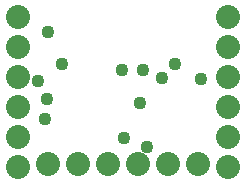
<source format=gbs>
G75*
%MOIN*%
%OFA0B0*%
%FSLAX24Y24*%
%IPPOS*%
%LPD*%
%AMOC8*
5,1,8,0,0,1.08239X$1,22.5*
%
%ADD10C,0.0800*%
%ADD11C,0.0436*%
D10*
X000940Y000912D03*
X001944Y000995D03*
X002944Y000995D03*
X003944Y000995D03*
X004944Y000995D03*
X005944Y000995D03*
X006944Y000995D03*
X007940Y000912D03*
X007940Y001912D03*
X007940Y002912D03*
X007940Y003912D03*
X007940Y004912D03*
X007940Y005912D03*
X000940Y005912D03*
X000940Y004912D03*
X000940Y003912D03*
X000940Y002912D03*
X000940Y001912D03*
D11*
X001845Y002511D03*
X001900Y003160D03*
X001621Y003782D03*
X002400Y004341D03*
X001960Y005412D03*
X004428Y004145D03*
X005101Y004145D03*
X005735Y003853D03*
X006184Y004345D03*
X007058Y003822D03*
X004995Y003034D03*
X004483Y001873D03*
X005243Y001554D03*
M02*

</source>
